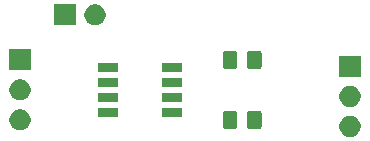
<source format=gbr>
G04 #@! TF.GenerationSoftware,KiCad,Pcbnew,5.1.5+dfsg1-2build2*
G04 #@! TF.CreationDate,2022-04-06T15:29:18-04:00*
G04 #@! TF.ProjectId,elpixel,656c7069-7865-46c2-9e6b-696361645f70,rev?*
G04 #@! TF.SameCoordinates,Original*
G04 #@! TF.FileFunction,Soldermask,Top*
G04 #@! TF.FilePolarity,Negative*
%FSLAX46Y46*%
G04 Gerber Fmt 4.6, Leading zero omitted, Abs format (unit mm)*
G04 Created by KiCad (PCBNEW 5.1.5+dfsg1-2build2) date 2022-04-06 15:29:18*
%MOMM*%
%LPD*%
G04 APERTURE LIST*
%ADD10C,0.100000*%
G04 APERTURE END LIST*
D10*
G36*
X165213512Y-103798928D02*
G01*
X165362812Y-103828625D01*
X165526784Y-103896545D01*
X165674354Y-103995148D01*
X165799853Y-104120647D01*
X165898456Y-104268217D01*
X165966376Y-104432189D01*
X166001000Y-104606260D01*
X166001000Y-104783742D01*
X165966376Y-104957813D01*
X165898456Y-105121785D01*
X165799853Y-105269355D01*
X165674354Y-105394854D01*
X165526784Y-105493457D01*
X165362812Y-105561377D01*
X165213512Y-105591074D01*
X165188742Y-105596001D01*
X165011258Y-105596001D01*
X164986488Y-105591074D01*
X164837188Y-105561377D01*
X164673216Y-105493457D01*
X164525646Y-105394854D01*
X164400147Y-105269355D01*
X164301544Y-105121785D01*
X164233624Y-104957813D01*
X164199000Y-104783742D01*
X164199000Y-104606260D01*
X164233624Y-104432189D01*
X164301544Y-104268217D01*
X164400147Y-104120647D01*
X164525646Y-103995148D01*
X164673216Y-103896545D01*
X164837188Y-103828625D01*
X164986488Y-103798928D01*
X165011258Y-103794001D01*
X165188742Y-103794001D01*
X165213512Y-103798928D01*
G37*
G36*
X137273512Y-103243927D02*
G01*
X137422812Y-103273624D01*
X137586784Y-103341544D01*
X137734354Y-103440147D01*
X137859853Y-103565646D01*
X137958456Y-103713216D01*
X138026376Y-103877188D01*
X138061000Y-104051259D01*
X138061000Y-104228741D01*
X138026376Y-104402812D01*
X137958456Y-104566784D01*
X137859853Y-104714354D01*
X137734354Y-104839853D01*
X137586784Y-104938456D01*
X137422812Y-105006376D01*
X137273512Y-105036073D01*
X137248742Y-105041000D01*
X137071258Y-105041000D01*
X137046488Y-105036073D01*
X136897188Y-105006376D01*
X136733216Y-104938456D01*
X136585646Y-104839853D01*
X136460147Y-104714354D01*
X136361544Y-104566784D01*
X136293624Y-104402812D01*
X136259000Y-104228741D01*
X136259000Y-104051259D01*
X136293624Y-103877188D01*
X136361544Y-103713216D01*
X136460147Y-103565646D01*
X136585646Y-103440147D01*
X136733216Y-103341544D01*
X136897188Y-103273624D01*
X137046488Y-103243927D01*
X137071258Y-103239000D01*
X137248742Y-103239000D01*
X137273512Y-103243927D01*
G37*
G36*
X155403674Y-103393465D02*
G01*
X155441367Y-103404899D01*
X155476103Y-103423466D01*
X155506548Y-103448452D01*
X155531534Y-103478897D01*
X155550101Y-103513633D01*
X155561535Y-103551326D01*
X155566000Y-103596661D01*
X155566000Y-104683339D01*
X155561535Y-104728674D01*
X155550101Y-104766367D01*
X155531534Y-104801103D01*
X155506548Y-104831548D01*
X155476103Y-104856534D01*
X155441367Y-104875101D01*
X155403674Y-104886535D01*
X155358339Y-104891000D01*
X154521661Y-104891000D01*
X154476326Y-104886535D01*
X154438633Y-104875101D01*
X154403897Y-104856534D01*
X154373452Y-104831548D01*
X154348466Y-104801103D01*
X154329899Y-104766367D01*
X154318465Y-104728674D01*
X154314000Y-104683339D01*
X154314000Y-103596661D01*
X154318465Y-103551326D01*
X154329899Y-103513633D01*
X154348466Y-103478897D01*
X154373452Y-103448452D01*
X154403897Y-103423466D01*
X154438633Y-103404899D01*
X154476326Y-103393465D01*
X154521661Y-103389000D01*
X155358339Y-103389000D01*
X155403674Y-103393465D01*
G37*
G36*
X157453674Y-103393465D02*
G01*
X157491367Y-103404899D01*
X157526103Y-103423466D01*
X157556548Y-103448452D01*
X157581534Y-103478897D01*
X157600101Y-103513633D01*
X157611535Y-103551326D01*
X157616000Y-103596661D01*
X157616000Y-104683339D01*
X157611535Y-104728674D01*
X157600101Y-104766367D01*
X157581534Y-104801103D01*
X157556548Y-104831548D01*
X157526103Y-104856534D01*
X157491367Y-104875101D01*
X157453674Y-104886535D01*
X157408339Y-104891000D01*
X156571661Y-104891000D01*
X156526326Y-104886535D01*
X156488633Y-104875101D01*
X156453897Y-104856534D01*
X156423452Y-104831548D01*
X156398466Y-104801103D01*
X156379899Y-104766367D01*
X156368465Y-104728674D01*
X156364000Y-104683339D01*
X156364000Y-103596661D01*
X156368465Y-103551326D01*
X156379899Y-103513633D01*
X156398466Y-103478897D01*
X156423452Y-103448452D01*
X156453897Y-103423466D01*
X156488633Y-103404899D01*
X156526326Y-103393465D01*
X156571661Y-103389000D01*
X157408339Y-103389000D01*
X157453674Y-103393465D01*
G37*
G36*
X145421500Y-103906000D02*
G01*
X143794500Y-103906000D01*
X143794500Y-103104000D01*
X145421500Y-103104000D01*
X145421500Y-103906000D01*
G37*
G36*
X150845500Y-103906000D02*
G01*
X149218500Y-103906000D01*
X149218500Y-103104000D01*
X150845500Y-103104000D01*
X150845500Y-103906000D01*
G37*
G36*
X165213512Y-101258928D02*
G01*
X165362812Y-101288625D01*
X165526784Y-101356545D01*
X165674354Y-101455148D01*
X165799853Y-101580647D01*
X165898456Y-101728217D01*
X165966376Y-101892189D01*
X166001000Y-102066260D01*
X166001000Y-102243742D01*
X165966376Y-102417813D01*
X165898456Y-102581785D01*
X165799853Y-102729355D01*
X165674354Y-102854854D01*
X165526784Y-102953457D01*
X165362812Y-103021377D01*
X165213512Y-103051074D01*
X165188742Y-103056001D01*
X165011258Y-103056001D01*
X164986488Y-103051074D01*
X164837188Y-103021377D01*
X164673216Y-102953457D01*
X164525646Y-102854854D01*
X164400147Y-102729355D01*
X164301544Y-102581785D01*
X164233624Y-102417813D01*
X164199000Y-102243742D01*
X164199000Y-102066260D01*
X164233624Y-101892189D01*
X164301544Y-101728217D01*
X164400147Y-101580647D01*
X164525646Y-101455148D01*
X164673216Y-101356545D01*
X164837188Y-101288625D01*
X164986488Y-101258928D01*
X165011258Y-101254001D01*
X165188742Y-101254001D01*
X165213512Y-101258928D01*
G37*
G36*
X150845500Y-102636000D02*
G01*
X149218500Y-102636000D01*
X149218500Y-101834000D01*
X150845500Y-101834000D01*
X150845500Y-102636000D01*
G37*
G36*
X145421500Y-102636000D02*
G01*
X143794500Y-102636000D01*
X143794500Y-101834000D01*
X145421500Y-101834000D01*
X145421500Y-102636000D01*
G37*
G36*
X137273512Y-100703927D02*
G01*
X137422812Y-100733624D01*
X137586784Y-100801544D01*
X137734354Y-100900147D01*
X137859853Y-101025646D01*
X137958456Y-101173216D01*
X138026376Y-101337188D01*
X138061000Y-101511259D01*
X138061000Y-101688741D01*
X138026376Y-101862812D01*
X137958456Y-102026784D01*
X137859853Y-102174354D01*
X137734354Y-102299853D01*
X137586784Y-102398456D01*
X137422812Y-102466376D01*
X137273512Y-102496073D01*
X137248742Y-102501000D01*
X137071258Y-102501000D01*
X137046488Y-102496073D01*
X136897188Y-102466376D01*
X136733216Y-102398456D01*
X136585646Y-102299853D01*
X136460147Y-102174354D01*
X136361544Y-102026784D01*
X136293624Y-101862812D01*
X136259000Y-101688741D01*
X136259000Y-101511259D01*
X136293624Y-101337188D01*
X136361544Y-101173216D01*
X136460147Y-101025646D01*
X136585646Y-100900147D01*
X136733216Y-100801544D01*
X136897188Y-100733624D01*
X137046488Y-100703927D01*
X137071258Y-100699000D01*
X137248742Y-100699000D01*
X137273512Y-100703927D01*
G37*
G36*
X150845500Y-101366000D02*
G01*
X149218500Y-101366000D01*
X149218500Y-100564000D01*
X150845500Y-100564000D01*
X150845500Y-101366000D01*
G37*
G36*
X145421500Y-101366000D02*
G01*
X143794500Y-101366000D01*
X143794500Y-100564000D01*
X145421500Y-100564000D01*
X145421500Y-101366000D01*
G37*
G36*
X166001000Y-100516001D02*
G01*
X164199000Y-100516001D01*
X164199000Y-98714001D01*
X166001000Y-98714001D01*
X166001000Y-100516001D01*
G37*
G36*
X145421500Y-100096000D02*
G01*
X143794500Y-100096000D01*
X143794500Y-99294000D01*
X145421500Y-99294000D01*
X145421500Y-100096000D01*
G37*
G36*
X150845500Y-100096000D02*
G01*
X149218500Y-100096000D01*
X149218500Y-99294000D01*
X150845500Y-99294000D01*
X150845500Y-100096000D01*
G37*
G36*
X138061000Y-99961000D02*
G01*
X136259000Y-99961000D01*
X136259000Y-98159000D01*
X138061000Y-98159000D01*
X138061000Y-99961000D01*
G37*
G36*
X155403674Y-98313465D02*
G01*
X155441367Y-98324899D01*
X155476103Y-98343466D01*
X155506548Y-98368452D01*
X155531534Y-98398897D01*
X155550101Y-98433633D01*
X155561535Y-98471326D01*
X155566000Y-98516661D01*
X155566000Y-99603339D01*
X155561535Y-99648674D01*
X155550101Y-99686367D01*
X155531534Y-99721103D01*
X155506548Y-99751548D01*
X155476103Y-99776534D01*
X155441367Y-99795101D01*
X155403674Y-99806535D01*
X155358339Y-99811000D01*
X154521661Y-99811000D01*
X154476326Y-99806535D01*
X154438633Y-99795101D01*
X154403897Y-99776534D01*
X154373452Y-99751548D01*
X154348466Y-99721103D01*
X154329899Y-99686367D01*
X154318465Y-99648674D01*
X154314000Y-99603339D01*
X154314000Y-98516661D01*
X154318465Y-98471326D01*
X154329899Y-98433633D01*
X154348466Y-98398897D01*
X154373452Y-98368452D01*
X154403897Y-98343466D01*
X154438633Y-98324899D01*
X154476326Y-98313465D01*
X154521661Y-98309000D01*
X155358339Y-98309000D01*
X155403674Y-98313465D01*
G37*
G36*
X157453674Y-98313465D02*
G01*
X157491367Y-98324899D01*
X157526103Y-98343466D01*
X157556548Y-98368452D01*
X157581534Y-98398897D01*
X157600101Y-98433633D01*
X157611535Y-98471326D01*
X157616000Y-98516661D01*
X157616000Y-99603339D01*
X157611535Y-99648674D01*
X157600101Y-99686367D01*
X157581534Y-99721103D01*
X157556548Y-99751548D01*
X157526103Y-99776534D01*
X157491367Y-99795101D01*
X157453674Y-99806535D01*
X157408339Y-99811000D01*
X156571661Y-99811000D01*
X156526326Y-99806535D01*
X156488633Y-99795101D01*
X156453897Y-99776534D01*
X156423452Y-99751548D01*
X156398466Y-99721103D01*
X156379899Y-99686367D01*
X156368465Y-99648674D01*
X156364000Y-99603339D01*
X156364000Y-98516661D01*
X156368465Y-98471326D01*
X156379899Y-98433633D01*
X156398466Y-98398897D01*
X156423452Y-98368452D01*
X156453897Y-98343466D01*
X156488633Y-98324899D01*
X156526326Y-98313465D01*
X156571661Y-98309000D01*
X157408339Y-98309000D01*
X157453674Y-98313465D01*
G37*
G36*
X141871000Y-96151000D02*
G01*
X140069000Y-96151000D01*
X140069000Y-94349000D01*
X141871000Y-94349000D01*
X141871000Y-96151000D01*
G37*
G36*
X143623512Y-94353927D02*
G01*
X143772812Y-94383624D01*
X143936784Y-94451544D01*
X144084354Y-94550147D01*
X144209853Y-94675646D01*
X144308456Y-94823216D01*
X144376376Y-94987188D01*
X144411000Y-95161259D01*
X144411000Y-95338741D01*
X144376376Y-95512812D01*
X144308456Y-95676784D01*
X144209853Y-95824354D01*
X144084354Y-95949853D01*
X143936784Y-96048456D01*
X143772812Y-96116376D01*
X143623512Y-96146073D01*
X143598742Y-96151000D01*
X143421258Y-96151000D01*
X143396488Y-96146073D01*
X143247188Y-96116376D01*
X143083216Y-96048456D01*
X142935646Y-95949853D01*
X142810147Y-95824354D01*
X142711544Y-95676784D01*
X142643624Y-95512812D01*
X142609000Y-95338741D01*
X142609000Y-95161259D01*
X142643624Y-94987188D01*
X142711544Y-94823216D01*
X142810147Y-94675646D01*
X142935646Y-94550147D01*
X143083216Y-94451544D01*
X143247188Y-94383624D01*
X143396488Y-94353927D01*
X143421258Y-94349000D01*
X143598742Y-94349000D01*
X143623512Y-94353927D01*
G37*
M02*

</source>
